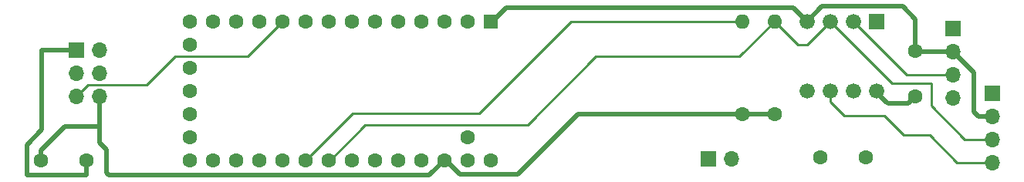
<source format=gbr>
G04 #@! TF.GenerationSoftware,KiCad,Pcbnew,(5.1.4)-1*
G04 #@! TF.CreationDate,2019-09-06T16:55:32+02:00*
G04 #@! TF.ProjectId,DNMS,444e4d53-2e6b-4696-9361-645f70636258,0.9.0*
G04 #@! TF.SameCoordinates,Original*
G04 #@! TF.FileFunction,Copper,L2,Bot*
G04 #@! TF.FilePolarity,Positive*
%FSLAX46Y46*%
G04 Gerber Fmt 4.6, Leading zero omitted, Abs format (unit mm)*
G04 Created by KiCad (PCBNEW (5.1.4)-1) date 2019-09-06 16:55:32*
%MOMM*%
%LPD*%
G04 APERTURE LIST*
%ADD10C,1.600000*%
%ADD11R,1.600000X1.600000*%
%ADD12O,1.700000X1.700000*%
%ADD13R,1.700000X1.700000*%
%ADD14R,1.676400X1.676400*%
%ADD15C,1.676400*%
%ADD16O,1.600000X1.600000*%
%ADD17C,0.500000*%
%ADD18C,0.250000*%
G04 APERTURE END LIST*
D10*
X153412200Y-91770200D03*
X148412200Y-91770200D03*
D11*
X112242600Y-76809600D03*
D10*
X109702600Y-76809600D03*
X107162600Y-76809600D03*
X104622600Y-76809600D03*
X102082600Y-76809600D03*
X99542600Y-76809600D03*
X97002600Y-76809600D03*
X94462600Y-76809600D03*
X91922600Y-76809600D03*
X89382600Y-76809600D03*
X86842600Y-76809600D03*
X84302600Y-76809600D03*
X81762600Y-76809600D03*
X109702600Y-89509600D03*
X112242600Y-92049600D03*
X109702600Y-92049600D03*
X107162600Y-92049600D03*
X104622600Y-92049600D03*
X102082600Y-92049600D03*
X99542600Y-92049600D03*
X97002600Y-92049600D03*
X94462600Y-92049600D03*
X91922600Y-92049600D03*
X89382600Y-92049600D03*
X86842600Y-92049600D03*
X84302600Y-92049600D03*
X81762600Y-92049600D03*
X79222600Y-76809600D03*
X79222600Y-79349600D03*
X79222600Y-81889600D03*
X79222600Y-92049600D03*
X79222600Y-89509600D03*
X79222600Y-86969600D03*
X79222600Y-84429600D03*
D12*
X69342000Y-85090000D03*
X66802000Y-85090000D03*
X69342000Y-82550000D03*
X66802000Y-82550000D03*
X69342000Y-80010000D03*
D13*
X66802000Y-80010000D03*
D10*
X158827800Y-80037600D03*
X158827800Y-85037600D03*
X67915800Y-92100400D03*
X62915800Y-92100400D03*
D12*
X167286000Y-92302000D03*
X167286000Y-89762000D03*
X167286000Y-87222000D03*
D13*
X167286000Y-84682000D03*
D12*
X162968000Y-85190000D03*
X162968000Y-82650000D03*
X162968000Y-80110000D03*
D13*
X162968000Y-77570000D03*
D12*
X138684000Y-91948000D03*
D13*
X136144000Y-91948000D03*
D14*
X154586000Y-76808000D03*
D15*
X152046000Y-76808000D03*
X149506000Y-76808000D03*
X146966000Y-76808000D03*
X146966000Y-84428000D03*
X149506000Y-84428000D03*
X152046000Y-84428000D03*
X154586000Y-84428000D03*
D16*
X139854000Y-76808000D03*
D10*
X139854000Y-86968000D03*
D16*
X143410000Y-76808000D03*
D10*
X143410000Y-86968000D03*
D17*
X112402620Y-76808000D02*
X113926620Y-75284000D01*
X145442000Y-75284000D02*
X146966000Y-76808000D01*
X113926620Y-75284000D02*
X145442000Y-75284000D01*
X146966000Y-76808000D02*
X148612990Y-75161010D01*
D18*
X161792000Y-80110000D02*
X163222000Y-80110000D01*
D17*
X165762000Y-87222000D02*
X167286000Y-87222000D01*
X165254000Y-86714000D02*
X165762000Y-87222000D01*
X162968000Y-80110000D02*
X165254000Y-82396000D01*
X165254000Y-82396000D02*
X165254000Y-86714000D01*
D18*
X158900200Y-80110000D02*
X158827800Y-80037600D01*
D17*
X162968000Y-80110000D02*
X158900200Y-80110000D01*
X158827800Y-76562020D02*
X157426790Y-75161010D01*
X158827800Y-80037600D02*
X158827800Y-76562020D01*
X157426790Y-75161010D02*
X148612990Y-75161010D01*
X66802000Y-80010000D02*
X62992000Y-80010000D01*
X62992000Y-80010000D02*
X62992000Y-88722200D01*
X62992000Y-88722200D02*
X61333410Y-90380790D01*
X61333410Y-90380790D02*
X61333410Y-93724990D01*
X61333410Y-93724990D02*
X67868800Y-93724990D01*
X67915800Y-93677990D02*
X67915800Y-92100400D01*
X67868800Y-93724990D02*
X67915800Y-93677990D01*
D18*
X138722630Y-86968000D02*
X139854000Y-86968000D01*
D17*
X139854000Y-86968000D02*
X143410000Y-86968000D01*
X108846620Y-93572000D02*
X107322620Y-92048000D01*
X115216000Y-93572000D02*
X108846620Y-93572000D01*
X139103630Y-86968000D02*
X121820000Y-86968000D01*
X121820000Y-86968000D02*
X115216000Y-93572000D01*
X158027801Y-85837599D02*
X158827800Y-85037600D01*
X158027599Y-85837599D02*
X158027801Y-85837599D01*
X155856000Y-85825000D02*
X157888000Y-85825000D01*
X154459000Y-84428000D02*
X155729000Y-85698000D01*
X62915800Y-90969030D02*
X62915800Y-92100400D01*
X65492830Y-88392000D02*
X62915800Y-90969030D01*
X69342000Y-85090000D02*
X69342000Y-88392000D01*
X69342000Y-88392000D02*
X65492830Y-88392000D01*
X105522210Y-93689990D02*
X107162600Y-92049600D01*
X70321990Y-93689990D02*
X105522210Y-93689990D01*
X70104000Y-93472000D02*
X70321990Y-93689990D01*
X70104000Y-90932000D02*
X70104000Y-93472000D01*
X69342000Y-90170000D02*
X70104000Y-90932000D01*
X69342000Y-88392000D02*
X69342000Y-90170000D01*
D18*
X157888000Y-82650000D02*
X163222000Y-82650000D01*
X152046000Y-76808000D02*
X157888000Y-82650000D01*
X166083919Y-92302000D02*
X167286000Y-92302000D01*
X149506000Y-84428000D02*
X149506000Y-85613393D01*
X97067700Y-86904500D02*
X91922600Y-92049600D01*
X110961500Y-86904500D02*
X97067700Y-86904500D01*
X139854000Y-76808000D02*
X121058000Y-76808000D01*
X121058000Y-76808000D02*
X110961500Y-86904500D01*
X149506000Y-85613393D02*
X151053800Y-87161193D01*
X151053800Y-87161193D02*
X155410993Y-87161193D01*
X155410993Y-87161193D02*
X157556200Y-89306400D01*
X157556200Y-89306400D02*
X160401000Y-89306400D01*
X163396600Y-92302000D02*
X167286000Y-92302000D01*
X160401000Y-89306400D02*
X163396600Y-92302000D01*
X143410000Y-76808000D02*
X145950000Y-79348000D01*
X146966000Y-79348000D02*
X149506000Y-76808000D01*
X145950000Y-79348000D02*
X146966000Y-79348000D01*
X167286000Y-89762000D02*
X164238000Y-89762000D01*
X149506000Y-76808000D02*
X156287800Y-83589800D01*
X156287800Y-83589800D02*
X160580400Y-83589800D01*
X160580400Y-86104400D02*
X164238000Y-89762000D01*
X160580400Y-83589800D02*
X160580400Y-86104400D01*
X98490611Y-88180009D02*
X94622620Y-92048000D01*
X116289991Y-88180009D02*
X98490611Y-88180009D01*
X139536500Y-80681500D02*
X123788500Y-80681500D01*
X143410000Y-76808000D02*
X139536500Y-80681500D01*
X123788500Y-80681500D02*
X116289991Y-88180009D01*
X85572600Y-80619600D02*
X89382600Y-76809600D01*
X77647800Y-80619600D02*
X85572600Y-80619600D01*
X74472800Y-83794600D02*
X77647800Y-80619600D01*
X66802000Y-85090000D02*
X68097400Y-83794600D01*
X68097400Y-83794600D02*
X74472800Y-83794600D01*
M02*

</source>
